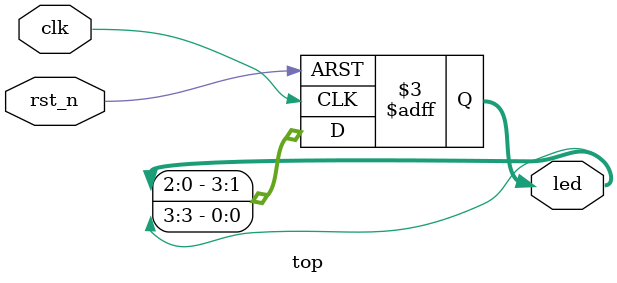
<source format=sv>
module top (
    input clk,
    input rst_n,
    output reg [3:0] led
);

always @(posedge clk or negedge rst_n) begin
    if(~rst_n)
        led <= 4'h1;
    else
        led <= {led[2:0],led[3]};
end
endmodule

</source>
